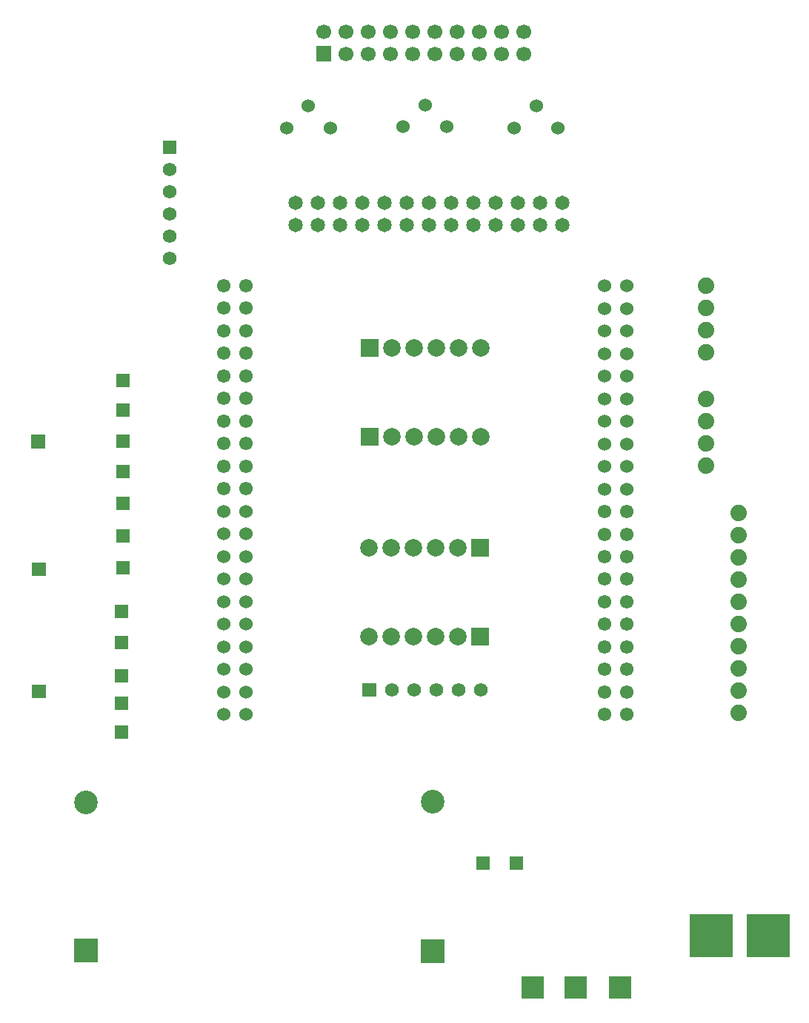
<source format=gtl>
G04 Layer: TopLayer*
G04 EasyEDA v6.4.25, 2021-12-29T00:34:57+05:30*
G04 e214cb0dc0844b289ac3543a97dd1b39,71774f05ae434452a44acbc4d9ae3e3b,10*
G04 Gerber Generator version 0.2*
G04 Scale: 100 percent, Rotated: No, Reflected: No *
G04 Dimensions in millimeters *
G04 leading zeros omitted , absolute positions ,4 integer and 5 decimal *
%FSLAX45Y45*%
%MOMM*%

%ADD11C,1.5240*%
%ADD12C,1.5494*%
%ADD13C,1.5748*%
%ADD14R,1.5748X1.5748*%
%ADD15C,2.0000*%
%ADD16R,2.0000X2.0000*%
%ADD17C,1.6510*%
%ADD18R,5.0000X5.0000*%
%ADD19R,2.5000X2.5000*%
%ADD20C,2.7000*%
%ADD21R,2.7000X2.7000*%
%ADD22C,1.8796*%
%ADD23C,1.7000*%

%LPD*%
D11*
G01*
X3331971Y4027931D03*
G01*
X3073907Y4027931D03*
G01*
X3331971Y4285995D03*
G01*
X3073907Y4285995D03*
G01*
X3331971Y4544060D03*
G01*
X3073907Y4544060D03*
G01*
X3331971Y4802123D03*
G01*
X3073907Y4802123D03*
G01*
X3331971Y5060187D03*
G01*
X3073907Y5060187D03*
G01*
X3331971Y5318252D03*
G01*
X3073907Y5318252D03*
G01*
X3331971Y5576315D03*
G01*
X3073907Y5576315D03*
G01*
X3331971Y5834379D03*
G01*
X3073907Y5834379D03*
G01*
X3331971Y6092444D03*
G01*
X3073907Y6092444D03*
G01*
X3331971Y6350507D03*
G01*
X3073907Y6350507D03*
D12*
G01*
X3331971Y6608571D03*
G01*
X3073907Y6608571D03*
G01*
X3331971Y6866636D03*
G01*
X3073907Y6866636D03*
G01*
X3331971Y7124700D03*
G01*
X3073907Y7124700D03*
G01*
X3331971Y7382763D03*
G01*
X3073907Y7382763D03*
G01*
X3331971Y7640828D03*
G01*
X3073907Y7640828D03*
G01*
X3331971Y7898892D03*
G01*
X3073907Y7898892D03*
G01*
X3331971Y8156955D03*
G01*
X3073907Y8156955D03*
G01*
X3331971Y8415020D03*
G01*
X3073907Y8415020D03*
G01*
X3331971Y8673084D03*
G01*
X3073907Y8673084D03*
G01*
X3331971Y8931147D03*
G01*
X3073907Y8931147D03*
D13*
G01*
X6010402Y4307839D03*
G01*
X5756402Y4307839D03*
G01*
X5502402Y4307839D03*
G01*
X5248402Y4307839D03*
G01*
X4994402Y4307839D03*
G36*
X4661659Y4386582D02*
G01*
X4819139Y4386582D01*
X4819139Y4229102D01*
X4661659Y4229102D01*
G37*
G01*
X2454402Y9248139D03*
G01*
X2454402Y9502139D03*
G01*
X2454402Y9756139D03*
G01*
X2454402Y10010139D03*
G01*
X2454402Y10264139D03*
D14*
G01*
X2454402Y10518139D03*
D15*
G01*
X4737100Y5930900D03*
D16*
G01*
X6007100Y4914900D03*
D15*
G01*
X5753100Y4914900D03*
G01*
X5499100Y4914900D03*
G01*
X5245100Y4914900D03*
G01*
X4991100Y4914900D03*
G01*
X4737100Y4914900D03*
D16*
G01*
X6007100Y5930900D03*
D15*
G01*
X5753100Y5930900D03*
G01*
X5499100Y5930900D03*
G01*
X5245100Y5930900D03*
G01*
X4991100Y5930900D03*
G01*
X6010402Y7203439D03*
D16*
G01*
X4740402Y8219439D03*
D15*
G01*
X4994402Y8219439D03*
G01*
X5248402Y8219439D03*
G01*
X5502402Y8219439D03*
G01*
X5756402Y8219439D03*
G01*
X6010402Y8219439D03*
D16*
G01*
X4740402Y7203439D03*
D15*
G01*
X4994402Y7203439D03*
G01*
X5248402Y7203439D03*
G01*
X5502402Y7203439D03*
G01*
X5756402Y7203439D03*
D11*
G01*
X7427470Y8928605D03*
G01*
X7685534Y8928605D03*
G01*
X7427470Y8670541D03*
G01*
X7685534Y8670541D03*
G01*
X7427470Y8412477D03*
G01*
X7685534Y8412477D03*
G01*
X7427470Y8154413D03*
G01*
X7685534Y8154413D03*
G01*
X7427470Y7896349D03*
G01*
X7685534Y7896349D03*
G01*
X7427470Y7638285D03*
G01*
X7685534Y7638285D03*
G01*
X7427470Y7380221D03*
G01*
X7685534Y7380221D03*
G01*
X7427470Y7122157D03*
G01*
X7685534Y7122157D03*
G01*
X7427470Y6864093D03*
G01*
X7685534Y6864093D03*
G01*
X7427470Y6606029D03*
G01*
X7685534Y6606029D03*
D12*
G01*
X7427470Y6347965D03*
G01*
X7685534Y6347965D03*
G01*
X7427470Y6089901D03*
G01*
X7685534Y6089901D03*
G01*
X7427470Y5831837D03*
G01*
X7685534Y5831837D03*
G01*
X7427470Y5573773D03*
G01*
X7685534Y5573773D03*
G01*
X7427470Y5315709D03*
G01*
X7685534Y5315709D03*
G01*
X7427470Y5057645D03*
G01*
X7685534Y5057645D03*
G01*
X7427470Y4799581D03*
G01*
X7685534Y4799581D03*
G01*
X7427470Y4541517D03*
G01*
X7685534Y4541517D03*
G01*
X7427470Y4283453D03*
G01*
X7685534Y4283453D03*
G01*
X7427470Y4025389D03*
G01*
X7685534Y4025389D03*
D17*
G01*
X3898900Y9626600D03*
G01*
X4152900Y9626600D03*
G01*
X4406900Y9626600D03*
G01*
X4660900Y9626600D03*
G01*
X4914900Y9626600D03*
G01*
X5168900Y9626600D03*
G01*
X5422900Y9626600D03*
G01*
X5676900Y9626600D03*
G01*
X5930900Y9626600D03*
G01*
X6184900Y9626600D03*
G01*
X6438900Y9626600D03*
G01*
X6692900Y9626600D03*
G01*
X6946900Y9626600D03*
G01*
X6946900Y9880600D03*
G01*
X6692900Y9880600D03*
G01*
X6438900Y9880600D03*
G01*
X6184900Y9880600D03*
G01*
X5930900Y9880600D03*
G01*
X5676900Y9880600D03*
G01*
X5422900Y9880600D03*
G01*
X5168900Y9880600D03*
G01*
X4914900Y9880600D03*
G01*
X4660900Y9880600D03*
G01*
X4406900Y9880600D03*
G01*
X4152900Y9880600D03*
G01*
X3898900Y9880600D03*
D18*
G01*
X8648702Y1498597D03*
G01*
X9296402Y1498597D03*
D19*
G01*
X7099302Y901697D03*
G01*
X6604002Y901697D03*
G01*
X7607302Y901697D03*
D14*
G01*
X6035802Y2326639D03*
G01*
X6416802Y2326639D03*
D20*
G01*
X5464810Y3025647D03*
D21*
G01*
X5461711Y1317548D03*
G01*
X1501978Y1323492D03*
D20*
G01*
X1501902Y3025139D03*
G36*
X886460Y4371339D02*
G01*
X1043939Y4371339D01*
X1043939Y4213860D01*
X886460Y4213860D01*
G37*
G36*
X886460Y5768339D02*
G01*
X1043939Y5768339D01*
X1043939Y5610860D01*
X886460Y5610860D01*
G37*
G36*
X873760Y7228839D02*
G01*
X1031239Y7228839D01*
X1031239Y7071360D01*
X873760Y7071360D01*
G37*
D14*
G01*
X1908302Y4853939D03*
G01*
X1921002Y6441439D03*
G01*
X1921002Y7851139D03*
G01*
X1908302Y4155439D03*
G01*
X1921002Y5704839D03*
G01*
X1921002Y7152639D03*
G01*
X1908302Y4472939D03*
G01*
X1921002Y6073139D03*
G01*
X1921002Y7508239D03*
G01*
X1908302Y3825239D03*
G01*
X1908302Y5209539D03*
G01*
X1921002Y6809739D03*
D22*
G01*
X8585202Y8928097D03*
G01*
X8585202Y8674097D03*
G01*
X8585202Y8420097D03*
G01*
X8585202Y8166097D03*
G01*
X8962900Y4048757D03*
G01*
X8962900Y4302757D03*
G01*
X8962900Y4556757D03*
G01*
X8962900Y4810757D03*
G01*
X8962900Y5064757D03*
G01*
X8962900Y5318757D03*
G01*
X8962900Y5572757D03*
G01*
X8962900Y5826757D03*
G01*
X8962900Y6080757D03*
G01*
X8962900Y6334757D03*
D11*
G01*
X4041927Y10985957D03*
G01*
X4291914Y10735970D03*
G01*
X3791915Y10735970D03*
G01*
X6645427Y10985957D03*
G01*
X6895414Y10735970D03*
G01*
X6395415Y10735970D03*
G01*
X5375427Y10998657D03*
G01*
X5625414Y10748670D03*
G01*
X5125415Y10748670D03*
D23*
G01*
X6505702Y11838939D03*
G01*
X6505702Y11584939D03*
G01*
X6251702Y11838939D03*
G01*
X6251702Y11584939D03*
G01*
X5997702Y11838939D03*
G01*
X5997702Y11584939D03*
G01*
X5743702Y11838939D03*
G01*
X5743702Y11584939D03*
G01*
X5489702Y11838939D03*
G01*
X5489702Y11584939D03*
G01*
X5235702Y11838939D03*
G01*
X5235702Y11584939D03*
G01*
X4981702Y11838939D03*
G01*
X4981702Y11584939D03*
G01*
X4727702Y11838939D03*
G01*
X4727702Y11584939D03*
G01*
X4473702Y11838939D03*
G01*
X4473702Y11584939D03*
G01*
X4219702Y11838939D03*
G36*
X4134698Y11669943D02*
G01*
X4304700Y11669943D01*
X4304700Y11499941D01*
X4134698Y11499941D01*
G37*
D22*
G01*
X8585202Y6870697D03*
G01*
X8585202Y7124697D03*
G01*
X8585202Y7378697D03*
G01*
X8585202Y7632697D03*
M02*

</source>
